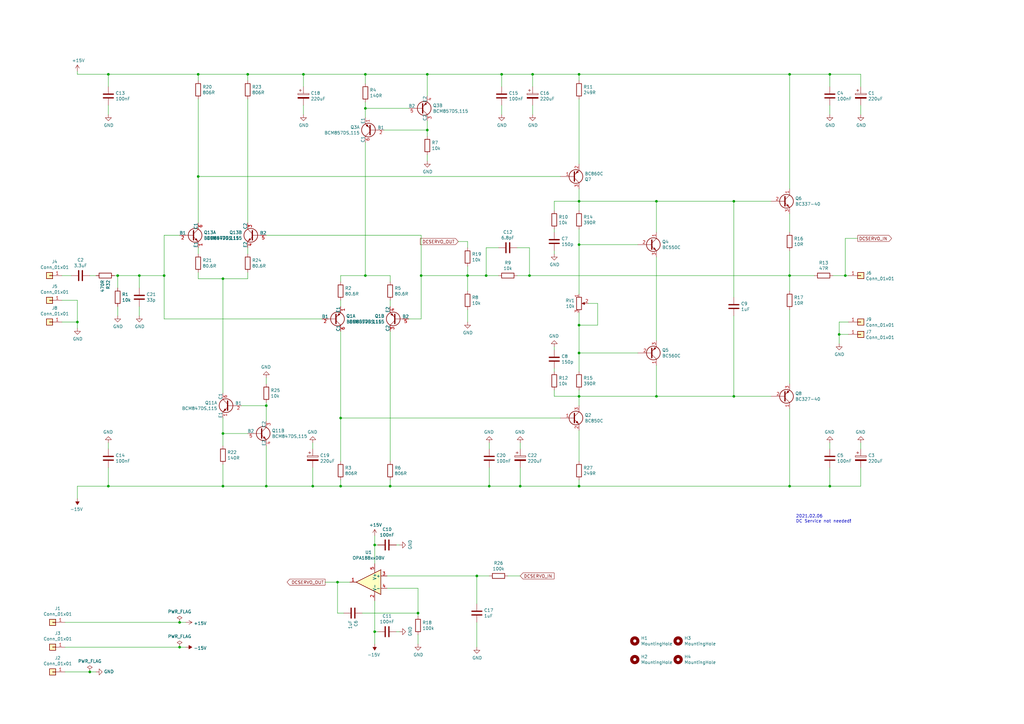
<source format=kicad_sch>
(kicad_sch (version 20211123) (generator eeschema)
  (paper "A3")
  (title_block (title "Discrete Pre-Amp Elektor") (date "2022-10-20") (rev "V2c THAT340 DC Servo"))
  (lib_symbols
    (symbol "Amplifier_Operational:OPA188xxDBV" (pin_names (offset 0.127))
      (property "Reference" "U" (at 0 5.08 0))
      (property "Value" "OPA188xxDBV" (at 0 -5.08 0))
      (symbol "OPA188xxDBV_0_1"
        (pin power_in line (at -2.54 -7.62 90) (length 3.81) (name "V-") (number "2"))
        (pin power_in line (at -2.54 7.62 270) (length 3.81) (name "V+") (number "5"))
      )
      (symbol "OPA188xxDBV_1_1"
        (pin output line (at 7.62 0 180) (length 2.54) (name "~") (number "1"))
        (pin input line (at -7.62 2.54 0) (length 2.54) (name "+") (number "3"))
        (pin input line (at -7.62 -2.54 0) (length 2.54) (name "-") (number "4"))
      )
    )
    (symbol "Connector_Generic:Conn_01x01" (pin_names (offset 1.016) hide)
      (property "Reference" "J" (at 0 2.54 0))
      (property "Value" "Conn_01x01" (at 0 -2.54 0))
      (symbol "Conn_01x01_1_1"
        (pin passive line (at -5.08 0 0) (length 3.81) (name "Pin_1") (number "1"))
      )
    )
    (symbol "Device:C" (pin_numbers hide) (pin_names (offset 0.254))
      (property "Reference" "C" (at 0.635 2.54 0))
      (property "Value" "C" (at 0.635 -2.54 0))
      (symbol "C_1_1"
        (pin passive line (at 0 3.81 270) (length 2.794) (name "~") (number "1"))
        (pin passive line (at 0 -3.81 90) (length 2.794) (name "~") (number "2"))
      )
    )
    (symbol "Device:C_Polarized" (pin_numbers hide) (pin_names (offset 0.254))
      (property "Reference" "C" (at 0.635 2.54 0))
      (property "Value" "C_Polarized" (at 0.635 -2.54 0))
      (symbol "C_Polarized_1_1"
        (pin passive line (at 0 3.81 270) (length 2.794) (name "~") (number "1"))
        (pin passive line (at 0 -3.81 90) (length 2.794) (name "~") (number "2"))
      )
    )
    (symbol "Device:R" (pin_numbers hide) (pin_names (offset 0))
      (property "Reference" "R" (at 2.032 0 90))
      (property "Value" "R" (at 0 0 90))
      (symbol "R_1_1"
        (pin passive line (at 0 3.81 270) (length 1.27) (name "~") (number "1"))
        (pin passive line (at 0 -3.81 90) (length 1.27) (name "~") (number "2"))
      )
    )
    (symbol "Mechanical:MountingHole" (pin_names (offset 1.016))
      (property "Reference" "H" (at 0 5.08 0))
      (property "Value" "MountingHole" (at 0 3.175 0))
    )
    (symbol "Transistor_BJT:BC327" (pin_names (offset 0) hide)
      (property "Reference" "Q" (at 5.08 1.905 0))
      (property "Value" "BC327" (at 5.08 0 0))
      (symbol "BC327_1_1"
        (pin passive line (at 2.54 5.08 270) (length 2.54) (name "C") (number "1"))
        (pin input line (at -5.08 0 0) (length 5.715) (name "B") (number "2"))
        (pin passive line (at 2.54 -5.08 90) (length 2.54) (name "E") (number "3"))
      )
    )
    (symbol "Transistor_BJT:BC337" (pin_names (offset 0) hide)
      (property "Reference" "Q" (at 5.08 1.905 0))
      (property "Value" "BC337" (at 5.08 0 0))
      (symbol "BC337_1_1"
        (pin passive line (at 2.54 5.08 270) (length 2.54) (name "C") (number "1"))
        (pin input line (at -5.08 0 0) (length 5.08) (name "B") (number "2"))
        (pin passive line (at 2.54 -5.08 90) (length 2.54) (name "E") (number "3"))
      )
    )
    (symbol "Transistor_BJT:BC550" (pin_names (offset 0) hide)
      (property "Reference" "Q" (at 5.08 1.905 0))
      (property "Value" "BC550" (at 5.08 0 0))
      (symbol "BC550_1_1"
        (pin passive line (at 2.54 5.08 270) (length 2.54) (name "C") (number "1"))
        (pin input line (at -5.08 0 0) (length 5.08) (name "B") (number "2"))
        (pin passive line (at 2.54 -5.08 90) (length 2.54) (name "E") (number "3"))
      )
    )
    (symbol "Transistor_BJT:BC560" (pin_names (offset 0) hide)
      (property "Reference" "Q" (at 5.08 1.905 0))
      (property "Value" "BC560" (at 5.08 0 0))
      (symbol "BC560_1_1"
        (pin passive line (at 2.54 5.08 270) (length 2.54) (name "C") (number "1"))
        (pin input line (at -5.08 0 0) (length 5.715) (name "B") (number "2"))
        (pin passive line (at 2.54 -5.08 90) (length 2.54) (name "E") (number "3"))
      )
    )
    (symbol "Transistor_BJT:BC850" (pin_names (offset 0) hide)
      (property "Reference" "Q" (at 5.08 1.905 0))
      (property "Value" "BC850" (at 5.08 0 0))
      (symbol "BC850_1_1"
        (pin input line (at -5.08 0 0) (length 5.715) (name "B") (number "1"))
        (pin passive line (at 2.54 -5.08 90) (length 2.54) (name "E") (number "2"))
        (pin passive line (at 2.54 5.08 270) (length 2.54) (name "C") (number "3"))
      )
    )
    (symbol "Transistor_BJT:BC860" (pin_names (offset 0) hide)
      (property "Reference" "Q" (at 5.08 1.905 0))
      (property "Value" "BC860" (at 5.08 0 0))
      (symbol "BC860_1_1"
        (pin input line (at -5.08 0 0) (length 5.715) (name "B") (number "1"))
        (pin passive line (at 2.54 -5.08 90) (length 2.54) (name "E") (number "2"))
        (pin passive line (at 2.54 5.08 270) (length 2.54) (name "C") (number "3"))
      )
    )
    (symbol "kicad-snk:BCM847DS,115" (pin_names (offset 0))
      (property "Reference" "Q" (at 5.08 1.27 0))
      (property "Value" "BCM847DS,115" (at 5.08 -1.27 0))
      (symbol "BCM847DS,115_1_1"
        (pin passive line (at 2.54 -5.08 90) (length 2.54) (name "E1") (number "1"))
        (pin input line (at -5.08 0 0) (length 2.54) (name "B1") (number "2"))
        (pin passive line (at 2.54 5.08 270) (length 2.54) (name "C1") (number "6"))
      )
      (symbol "BCM847DS,115_2_1"
        (pin passive line (at 2.54 5.08 270) (length 2.54) (name "C2") (number "3"))
        (pin passive line (at 2.54 -5.08 90) (length 2.54) (name "E2") (number "4"))
        (pin input line (at -5.08 0 0) (length 2.54) (name "B2") (number "5"))
      )
    )
    (symbol "kicad-snk:BCM857DS,115" (pin_names (offset 0))
      (property "Reference" "Q" (at 5.08 1.27 0))
      (property "Value" "BCM857DS,115" (at 5.08 -1.27 0))
      (symbol "BCM857DS,115_1_1"
        (pin passive line (at 2.54 -5.08 90) (length 2.54) (name "E1") (number "1"))
        (pin input line (at -5.08 0 0) (length 2.54) (name "B1") (number "2"))
        (pin passive line (at 2.54 5.08 270) (length 2.54) (name "C1") (number "6"))
      )
      (symbol "BCM857DS,115_2_1"
        (pin passive line (at 2.54 5.08 270) (length 2.54) (name "C2") (number "3"))
        (pin passive line (at 2.54 -5.08 90) (length 2.54) (name "E2") (number "4"))
        (pin input line (at -5.08 0 0) (length 2.54) (name "B2") (number "5"))
      )
    )
    (symbol "power:+15V" (power) (pin_names (offset 0))
      (property "Value" "+15V" (at 0 3.556 0))
      (symbol "+15V_1_1"
        (pin power_in line (at 0 0 90) (length 0) hide (name "+15V") (number "1"))
      )
    )
    (symbol "power:-15V" (power) (pin_names (offset 0))
      (property "Value" "-15V" (at 0 3.81 0))
      (symbol "-15V_0_0"
        (pin power_in line (at 0 0 90) (length 0) hide (name "-15V") (number "1"))
      )
    )
    (symbol "power:GND" (power) (pin_names (offset 0))
      (property "Value" "GND" (at 0 -3.81 0))
      (symbol "GND_1_1"
        (pin power_in line (at 0 0 270) (length 0) hide (name "GND") (number "1"))
      )
    )
    (symbol "power:PWR_FLAG" (power) (pin_numbers hide) (pin_names (offset 0) hide)
      (property "Value" "PWR_FLAG" (at 0 3.81 0))
      (symbol "PWR_FLAG_0_0"
        (pin power_out line (at 0 0 90) (length 0) (name "pwr") (number "1"))
      )
    )
    (symbol "pre-amp-discret-rescue:R_POT-Device" (pin_names (offset 1.016) hide)
      (property "Reference" "RV" (at -4.445 0 90))
      (property "Value" "R_POT-Device" (at -2.54 0 90))
      (symbol "R_POT-Device_1_1"
        (pin passive line (at 0 3.81 270) (length 1.27) (name "1") (number "1"))
        (pin passive line (at 3.81 0 180) (length 1.27) (name "2") (number "2"))
        (pin passive line (at 0 -3.81 90) (length 1.27) (name "3") (number "3"))
      )
    )
  )
  (junction (at 149.86 113.03))
  (junction (at 139.7 199.39))
  (junction (at 237.49 162.56))
  (junction (at 237.49 100.33))
  (junction (at 237.49 30.48))
  (junction (at 149.86 30.48))
  (junction (at 67.31 113.03))
  (junction (at 160.02 199.39))
  (junction (at 237.49 82.55))
  (junction (at 300.99 82.55))
  (junction (at 175.26 30.48))
  (junction (at 237.49 133.35))
  (junction (at 124.46 30.48))
  (junction (at 340.36 199.39))
  (junction (at 195.58 236.22))
  (junction (at 171.45 251.46))
  (junction (at 139.7 171.45))
  (junction (at 346.71 113.03))
  (junction (at 91.44 114.3))
  (junction (at 138.43 238.76))
  (junction (at 172.72 113.03))
  (junction (at 36.83 275.59))
  (junction (at 153.67 223.52))
  (junction (at 237.49 144.78))
  (junction (at 205.74 30.48))
  (junction (at 323.85 113.03))
  (junction (at 44.45 30.48))
  (junction (at 81.28 30.48))
  (junction (at 175.26 53.34))
  (junction (at 44.45 199.39))
  (junction (at 73.66 255.27))
  (junction (at 109.22 166.37))
  (junction (at 57.15 113.03))
  (junction (at 269.24 162.56))
  (junction (at 323.85 30.48))
  (junction (at 109.22 199.39))
  (junction (at 31.75 132.08))
  (junction (at 218.44 30.48))
  (junction (at 213.36 199.39))
  (junction (at 73.66 265.43))
  (junction (at 91.44 199.39))
  (junction (at 81.28 72.39))
  (junction (at 191.77 113.03))
  (junction (at 200.66 199.39))
  (junction (at 48.26 113.03))
  (junction (at 269.24 82.55))
  (junction (at 340.36 30.48))
  (junction (at 237.49 199.39))
  (junction (at 149.86 44.45))
  (junction (at 91.44 177.8))
  (junction (at 199.39 113.03))
  (junction (at 128.27 199.39))
  (junction (at 101.6 30.48))
  (junction (at 344.17 137.16))
  (junction (at 300.99 162.56))
  (junction (at 217.17 113.03))
  (junction (at 323.85 199.39))
  (junction (at 153.67 259.08))
  (wire (pts (xy 26.67 265.43) (xy 73.66 265.43)))
  (wire (pts (xy 73.66 255.27) (xy 76.2 255.27)))
  (wire (pts (xy 347.98 132.08) (xy 344.17 132.08)))
  (wire (pts (xy 91.44 114.3) (xy 81.28 114.3)))
  (wire (pts (xy 237.49 100.33) (xy 237.49 93.98)))
  (wire (pts (xy 200.66 184.15) (xy 200.66 181.61)))
  (wire (pts (xy 163.83 223.52) (xy 162.56 223.52)))
  (wire (pts (xy 227.33 95.25) (xy 227.33 93.98)))
  (wire (pts (xy 227.33 162.56) (xy 227.33 160.02)))
  (wire (pts (xy 158.75 236.22) (xy 195.58 236.22)))
  (wire (pts (xy 109.22 182.88) (xy 109.22 199.39)))
  (wire (pts (xy 323.85 119.38) (xy 323.85 113.03)))
  (wire (pts (xy 212.09 101.6) (xy 217.17 101.6)))
  (wire (pts (xy 353.06 43.18) (xy 353.06 46.99)))
  (wire (pts (xy 353.06 30.48) (xy 340.36 30.48)))
  (wire (pts (xy 237.49 199.39) (xy 237.49 196.85)))
  (wire (pts (xy 67.31 96.52) (xy 67.31 113.03)))
  (wire (pts (xy 227.33 143.51) (xy 227.33 142.24)))
  (wire (pts (xy 227.33 152.4) (xy 227.33 151.13)))
  (wire (pts (xy 205.74 30.48) (xy 218.44 30.48)))
  (wire (pts (xy 261.62 100.33) (xy 237.49 100.33)))
  (wire (pts (xy 237.49 176.53) (xy 237.49 189.23)))
  (wire (pts (xy 149.86 113.03) (xy 160.02 113.03)))
  (wire (pts (xy 205.74 30.48) (xy 205.74 35.56)))
  (wire (pts (xy 213.36 191.77) (xy 213.36 199.39)))
  (wire (pts (xy 172.72 96.52) (xy 172.72 113.03)))
  (wire (pts (xy 138.43 251.46) (xy 138.43 238.76)))
  (wire (pts (xy 153.67 219.71) (xy 153.67 223.52)))
  (wire (pts (xy 237.49 162.56) (xy 237.49 160.02)))
  (wire (pts (xy 153.67 246.38) (xy 153.67 259.08)))
  (wire (pts (xy 269.24 82.55) (xy 237.49 82.55)))
  (wire (pts (xy 344.17 132.08) (xy 344.17 137.16)))
  (wire (pts (xy 347.98 137.16) (xy 344.17 137.16)))
  (wire (pts (xy 31.75 199.39) (xy 44.45 199.39)))
  (wire (pts (xy 227.33 82.55) (xy 237.49 82.55)))
  (wire (pts (xy 340.36 35.56) (xy 340.36 30.48)))
  (wire (pts (xy 237.49 86.36) (xy 237.49 82.55)))
  (wire (pts (xy 237.49 33.02) (xy 237.49 30.48)))
  (wire (pts (xy 25.4 132.08) (xy 31.75 132.08)))
  (wire (pts (xy 160.02 125.73) (xy 160.02 123.19)))
  (wire (pts (xy 148.59 251.46) (xy 171.45 251.46)))
  (wire (pts (xy 26.67 255.27) (xy 73.66 255.27)))
  (wire (pts (xy 160.02 135.89) (xy 160.02 189.23)))
  (wire (pts (xy 109.22 96.52) (xy 172.72 96.52)))
  (wire (pts (xy 199.39 113.03) (xy 191.77 113.03)))
  (wire (pts (xy 175.26 66.04) (xy 175.26 63.5)))
  (wire (pts (xy 101.6 40.64) (xy 101.6 91.44)))
  (wire (pts (xy 44.45 35.56) (xy 44.45 30.48)))
  (wire (pts (xy 57.15 113.03) (xy 67.31 113.03)))
  (wire (pts (xy 149.86 34.29) (xy 149.86 30.48)))
  (wire (pts (xy 160.02 199.39) (xy 200.66 199.39)))
  (wire (pts (xy 205.74 46.99) (xy 205.74 43.18)))
  (wire (pts (xy 44.45 184.15) (xy 44.45 181.61)))
  (wire (pts (xy 175.26 30.48) (xy 205.74 30.48)))
  (wire (pts (xy 157.48 53.34) (xy 175.26 53.34)))
  (wire (pts (xy 109.22 165.1) (xy 109.22 166.37)))
  (wire (pts (xy 139.7 135.89) (xy 139.7 171.45)))
  (wire (pts (xy 128.27 184.15) (xy 128.27 181.61)))
  (wire (pts (xy 153.67 259.08) (xy 153.67 264.16)))
  (wire (pts (xy 57.15 129.54) (xy 57.15 125.73)))
  (wire (pts (xy 101.6 30.48) (xy 101.6 33.02)))
  (wire (pts (xy 48.26 118.11) (xy 48.26 113.03)))
  (wire (pts (xy 323.85 87.63) (xy 323.85 95.25)))
  (wire (pts (xy 109.22 166.37) (xy 109.22 172.72)))
  (wire (pts (xy 48.26 113.03) (xy 57.15 113.03)))
  (wire (pts (xy 31.75 30.48) (xy 31.75 29.21)))
  (wire (pts (xy 149.86 48.26) (xy 149.86 44.45)))
  (wire (pts (xy 26.67 275.59) (xy 36.83 275.59)))
  (wire (pts (xy 340.36 199.39) (xy 340.36 191.77)))
  (wire (pts (xy 200.66 191.77) (xy 200.66 199.39)))
  (wire (pts (xy 67.31 113.03) (xy 67.31 130.81)))
  (wire (pts (xy 323.85 167.64) (xy 323.85 199.39)))
  (wire (pts (xy 245.11 133.35) (xy 237.49 133.35)))
  (wire (pts (xy 213.36 199.39) (xy 237.49 199.39)))
  (wire (pts (xy 300.99 162.56) (xy 269.24 162.56)))
  (wire (pts (xy 109.22 157.48) (xy 109.22 154.94)))
  (wire (pts (xy 139.7 125.73) (xy 139.7 123.19)))
  (wire (pts (xy 73.66 265.43) (xy 76.2 265.43)))
  (wire (pts (xy 44.45 199.39) (xy 44.45 191.77)))
  (wire (pts (xy 346.71 113.03) (xy 347.98 113.03)))
  (wire (pts (xy 139.7 113.03) (xy 149.86 113.03)))
  (wire (pts (xy 237.49 199.39) (xy 323.85 199.39)))
  (wire (pts (xy 323.85 199.39) (xy 340.36 199.39)))
  (wire (pts (xy 300.99 129.54) (xy 300.99 162.56)))
  (wire (pts (xy 31.75 132.08) (xy 31.75 134.62)))
  (wire (pts (xy 172.72 113.03) (xy 191.77 113.03)))
  (wire (pts (xy 340.36 184.15) (xy 340.36 181.61)))
  (wire (pts (xy 44.45 46.99) (xy 44.45 43.18)))
  (wire (pts (xy 213.36 184.15) (xy 213.36 181.61)))
  (wire (pts (xy 323.85 157.48) (xy 323.85 127)))
  (wire (pts (xy 153.67 223.52) (xy 153.67 231.14)))
  (wire (pts (xy 175.26 53.34) (xy 175.26 49.53)))
  (wire (pts (xy 323.85 30.48) (xy 340.36 30.48)))
  (wire (pts (xy 237.49 133.35) (xy 237.49 144.78)))
  (wire (pts (xy 175.26 39.37) (xy 175.26 30.48)))
  (wire (pts (xy 237.49 30.48) (xy 323.85 30.48)))
  (wire (pts (xy 128.27 199.39) (xy 128.27 191.77)))
  (wire (pts (xy 101.6 114.3) (xy 91.44 114.3)))
  (wire (pts (xy 217.17 113.03) (xy 323.85 113.03)))
  (wire (pts (xy 167.64 130.81) (xy 172.72 130.81)))
  (wire (pts (xy 237.49 162.56) (xy 227.33 162.56)))
  (wire (pts (xy 31.75 204.47) (xy 31.75 199.39)))
  (wire (pts (xy 139.7 171.45) (xy 139.7 189.23)))
  (wire (pts (xy 81.28 114.3) (xy 81.28 111.76)))
  (wire (pts (xy 101.6 177.8) (xy 91.44 177.8)))
  (wire (pts (xy 36.83 113.03) (xy 39.37 113.03)))
  (wire (pts (xy 154.94 259.08) (xy 153.67 259.08)))
  (wire (pts (xy 81.28 104.14) (xy 81.28 101.6)))
  (wire (pts (xy 31.75 30.48) (xy 44.45 30.48)))
  (wire (pts (xy 31.75 123.19) (xy 31.75 132.08)))
  (wire (pts (xy 160.02 115.57) (xy 160.02 113.03)))
  (wire (pts (xy 101.6 104.14) (xy 101.6 101.6)))
  (wire (pts (xy 172.72 113.03) (xy 172.72 130.81)))
  (wire (pts (xy 140.97 251.46) (xy 138.43 251.46)))
  (wire (pts (xy 191.77 101.6) (xy 191.77 99.06)))
  (wire (pts (xy 81.28 40.64) (xy 81.28 72.39)))
  (wire (pts (xy 212.09 113.03) (xy 217.17 113.03)))
  (wire (pts (xy 99.06 166.37) (xy 109.22 166.37)))
  (wire (pts (xy 300.99 121.92) (xy 300.99 82.55)))
  (wire (pts (xy 229.87 171.45) (xy 139.7 171.45)))
  (wire (pts (xy 91.44 177.8) (xy 91.44 171.45)))
  (wire (pts (xy 323.85 113.03) (xy 334.01 113.03)))
  (wire (pts (xy 269.24 149.86) (xy 269.24 162.56)))
  (wire (pts (xy 44.45 199.39) (xy 91.44 199.39)))
  (wire (pts (xy 353.06 184.15) (xy 353.06 181.61)))
  (wire (pts (xy 323.85 30.48) (xy 323.85 77.47)))
  (wire (pts (xy 346.71 97.79) (xy 346.71 113.03)))
  (wire (pts (xy 109.22 199.39) (xy 128.27 199.39)))
  (wire (pts (xy 139.7 115.57) (xy 139.7 113.03)))
  (wire (pts (xy 245.11 124.46) (xy 245.11 133.35)))
  (wire (pts (xy 199.39 101.6) (xy 199.39 113.03)))
  (wire (pts (xy 36.83 275.59) (xy 39.37 275.59)))
  (wire (pts (xy 128.27 199.39) (xy 139.7 199.39)))
  (wire (pts (xy 353.06 199.39) (xy 353.06 191.77)))
  (wire (pts (xy 25.4 113.03) (xy 29.21 113.03)))
  (wire (pts (xy 149.86 30.48) (xy 175.26 30.48)))
  (wire (pts (xy 171.45 260.35) (xy 171.45 264.16)))
  (wire (pts (xy 149.86 58.42) (xy 149.86 113.03)))
  (wire (pts (xy 241.3 124.46) (xy 245.11 124.46)))
  (wire (pts (xy 124.46 35.56) (xy 124.46 30.48)))
  (wire (pts (xy 195.58 236.22) (xy 200.66 236.22)))
  (wire (pts (xy 139.7 199.39) (xy 160.02 199.39)))
  (wire (pts (xy 171.45 241.3) (xy 158.75 241.3)))
  (wire (pts (xy 353.06 199.39) (xy 340.36 199.39)))
  (wire (pts (xy 57.15 118.11) (xy 57.15 113.03)))
  (wire (pts (xy 25.4 123.19) (xy 31.75 123.19)))
  (wire (pts (xy 208.28 236.22) (xy 213.36 236.22)))
  (wire (pts (xy 217.17 101.6) (xy 217.17 113.03)))
  (wire (pts (xy 48.26 129.54) (xy 48.26 125.73)))
  (wire (pts (xy 133.35 238.76) (xy 138.43 238.76)))
  (wire (pts (xy 139.7 199.39) (xy 139.7 196.85)))
  (wire (pts (xy 81.28 30.48) (xy 101.6 30.48)))
  (wire (pts (xy 167.64 44.45) (xy 149.86 44.45)))
  (wire (pts (xy 149.86 44.45) (xy 149.86 41.91)))
  (wire (pts (xy 218.44 30.48) (xy 237.49 30.48)))
  (wire (pts (xy 191.77 127) (xy 191.77 132.08)))
  (wire (pts (xy 81.28 30.48) (xy 81.28 33.02)))
  (wire (pts (xy 227.33 86.36) (xy 227.33 82.55)))
  (wire (pts (xy 175.26 55.88) (xy 175.26 53.34)))
  (wire (pts (xy 191.77 113.03) (xy 191.77 119.38)))
  (wire (pts (xy 124.46 43.18) (xy 124.46 46.99)))
  (wire (pts (xy 67.31 96.52) (xy 73.66 96.52)))
  (wire (pts (xy 46.99 113.03) (xy 48.26 113.03)))
  (wire (pts (xy 163.83 259.08) (xy 162.56 259.08)))
  (wire (pts (xy 218.44 43.18) (xy 218.44 46.99)))
  (wire (pts (xy 204.47 101.6) (xy 199.39 101.6)))
  (wire (pts (xy 171.45 252.73) (xy 171.45 251.46)))
  (wire (pts (xy 269.24 162.56) (xy 237.49 162.56)))
  (wire (pts (xy 237.49 144.78) (xy 237.49 152.4)))
  (wire (pts (xy 195.58 247.65) (xy 195.58 236.22)))
  (wire (pts (xy 344.17 140.97) (xy 344.17 137.16)))
  (wire (pts (xy 199.39 113.03) (xy 204.47 113.03)))
  (wire (pts (xy 237.49 120.65) (xy 237.49 100.33)))
  (wire (pts (xy 353.06 35.56) (xy 353.06 30.48)))
  (wire (pts (xy 269.24 105.41) (xy 269.24 139.7)))
  (wire (pts (xy 341.63 113.03) (xy 346.71 113.03)))
  (wire (pts (xy 237.49 82.55) (xy 237.49 77.47)))
  (wire (pts (xy 200.66 199.39) (xy 213.36 199.39)))
  (wire (pts (xy 171.45 251.46) (xy 171.45 241.3)))
  (wire (pts (xy 138.43 238.76) (xy 143.51 238.76)))
  (wire (pts (xy 124.46 30.48) (xy 101.6 30.48)))
  (wire (pts (xy 191.77 99.06) (xy 187.96 99.06)))
  (wire (pts (xy 195.58 265.43) (xy 195.58 255.27)))
  (wire (pts (xy 323.85 113.03) (xy 323.85 102.87)))
  (wire (pts (xy 160.02 199.39) (xy 160.02 196.85)))
  (wire (pts (xy 81.28 72.39) (xy 81.28 91.44)))
  (wire (pts (xy 101.6 114.3) (xy 101.6 111.76)))
  (wire (pts (xy 227.33 104.14) (xy 227.33 102.87)))
  (wire (pts (xy 351.79 97.79) (xy 346.71 97.79)))
  (wire (pts (xy 67.31 130.81) (xy 132.08 130.81)))
  (wire (pts (xy 269.24 95.25) (xy 269.24 82.55)))
  (wire (pts (xy 91.44 199.39) (xy 109.22 199.39)))
  (wire (pts (xy 300.99 82.55) (xy 269.24 82.55)))
  (wire (pts (xy 154.94 223.52) (xy 153.67 223.52)))
  (wire (pts (xy 237.49 40.64) (xy 237.49 67.31)))
  (wire (pts (xy 44.45 30.48) (xy 81.28 30.48)))
  (wire (pts (xy 91.44 161.29) (xy 91.44 114.3)))
  (wire (pts (xy 237.49 166.37) (xy 237.49 162.56)))
  (wire (pts (xy 316.23 162.56) (xy 300.99 162.56)))
  (wire (pts (xy 229.87 72.39) (xy 81.28 72.39)))
  (wire (pts (xy 91.44 190.5) (xy 91.44 199.39)))
  (wire (pts (xy 191.77 109.22) (xy 191.77 113.03)))
  (wire (pts (xy 237.49 128.27) (xy 237.49 133.35)))
  (wire (pts (xy 261.62 144.78) (xy 237.49 144.78)))
  (wire (pts (xy 340.36 46.99) (xy 340.36 43.18)))
  (wire (pts (xy 91.44 182.88) (xy 91.44 177.8)))
  (wire (pts (xy 124.46 30.48) (xy 149.86 30.48)))
  (wire (pts (xy 218.44 30.48) (xy 218.44 35.56)))
  (wire (pts (xy 316.23 82.55) (xy 300.99 82.55)))
  (text "2021.02.06\nDC Service not needed!" (at 326.39 214.63 0) (effects (font (size 1.27 1.27)) (justify left bottom)))
  (global_label "DCSERVO_OUT" (shape output) (at 133.35 238.76 180) (property "Intersheet References" "${INTERSHEET_REFS}" (effects hide)))
  (global_label "DCSERVO_OUT" (shape input) (at 187.96 99.06 180) (property "Intersheet References" "${INTERSHEET_REFS}" (effects hide)))
  (global_label "DCSERVO_IN" (shape output) (at 351.79 97.79 0) (property "Intersheet References" "${INTERSHEET_REFS}" (effects hide)))
  (global_label "DCSERVO_IN" (shape input) (at 213.36 236.22 0) (property "Intersheet References" "${INTERSHEET_REFS}" (effects hide)))
  (symbol (lib_id "Device:R") (at 160.02 193.04 0) (unit 1)
    (property "Reference" "R6" (at 161.798 191.8716 0) (effects (justify left)))
    (property "Value" "806R" (at 161.798 194.183 0) (effects (justify left)))
    (property "Footprint" "Resistor_SMD:R_0805_2012Metric_Pad1.20x1.40mm_HandSolder" (effects hide))
  )
  (symbol (lib_id "Device:C") (at 33.02 113.03 270) (unit 1)
    (property "Reference" "C2" (at 33.02 106.6292 90))
    (property "Value" "3.3uF" (at 33.02 108.9406 90))
    (property "Footprint" "Capacitor_THT:C_Rect_L7.2mm_W7.2mm_P5.00mm_FKS2_FKP2_MKS2_MKP2" (effects hide))
  )
  (symbol (lib_id "power:GND") (at 48.26 129.54 0) (unit 1)
    (property "Reference" "#PWR09" (effects hide))
    (property "Value" "GND" (at 48.387 133.9342 0))
  )
  (symbol (lib_id "Device:R") (at 139.7 193.04 0) (unit 1)
    (property "Reference" "R3" (at 141.478 191.8716 0) (effects (justify left)))
    (property "Value" "806R" (at 141.478 194.183 0) (effects (justify left)))
    (property "Footprint" "Resistor_SMD:R_0805_2012Metric_Pad1.20x1.40mm_HandSolder" (effects hide))
  )
  (symbol (lib_id "Device:R") (at 48.26 121.92 0) (unit 1)
    (property "Reference" "R1" (at 50.038 120.7516 0) (effects (justify left)))
    (property "Value" "10k" (at 50.038 123.063 0) (effects (justify left)))
    (property "Footprint" "Resistor_SMD:R_0805_2012Metric_Pad1.20x1.40mm_HandSolder" (effects hide))
  )
  (symbol (lib_id "Device:R") (at 191.77 123.19 0) (unit 1)
    (property "Reference" "R8" (at 193.548 122.0216 0) (effects (justify left)))
    (property "Value" "10k" (at 193.548 124.333 0) (effects (justify left)))
    (property "Footprint" "Resistor_SMD:R_0805_2012Metric_Pad1.20x1.40mm_HandSolder" (effects hide))
  )
  (symbol (lib_id "Device:R") (at 208.28 113.03 270) (unit 1)
    (property "Reference" "R9" (at 208.28 107.7722 90))
    (property "Value" "10k" (at 208.28 110.0836 90))
    (property "Footprint" "Resistor_SMD:R_0805_2012Metric_Pad1.20x1.40mm_HandSolder" (effects hide))
  )
  (symbol (lib_id "Device:R") (at 139.7 119.38 0) (unit 1)
    (property "Reference" "R2" (at 141.478 118.2116 0) (effects (justify left)))
    (property "Value" "80.6R" (at 141.478 120.523 0) (effects (justify left)))
    (property "Footprint" "Resistor_SMD:R_0805_2012Metric_Pad1.20x1.40mm_HandSolder" (effects hide))
  )
  (symbol (lib_id "Device:R") (at 160.02 119.38 0) (unit 1)
    (property "Reference" "R5" (at 161.798 118.2116 0) (effects (justify left)))
    (property "Value" "80.6R" (at 161.798 120.523 0) (effects (justify left)))
    (property "Footprint" "Resistor_SMD:R_0805_2012Metric_Pad1.20x1.40mm_HandSolder" (effects hide))
  )
  (symbol (lib_id "Device:R") (at 149.86 38.1 0) (unit 1)
    (property "Reference" "R4" (at 151.638 36.9316 0) (effects (justify left)))
    (property "Value" "140R" (at 151.638 39.243 0) (effects (justify left)))
    (property "Footprint" "Resistor_SMD:R_0805_2012Metric_Pad1.20x1.40mm_HandSolder" (effects hide))
  )
  (symbol (lib_id "Device:R") (at 175.26 59.69 0) (unit 1)
    (property "Reference" "R7" (at 177.038 58.5216 0) (effects (justify left)))
    (property "Value" "10k" (at 177.038 60.833 0) (effects (justify left)))
    (property "Footprint" "Resistor_SMD:R_0805_2012Metric_Pad1.20x1.40mm_HandSolder" (effects hide))
  )
  (symbol (lib_id "Transistor_BJT:BC860") (at 234.95 72.39 0) (mirror x) (unit 1)
    (property "Reference" "Q7" (at 239.8014 73.5584 0) (effects (justify left)))
    (property "Value" "BC860C" (at 239.8014 71.247 0) (effects (justify left)))
    (property "Footprint" "Package_TO_SOT_SMD:SOT-23" (effects hide))
    (property "Datasheet" "http://www.infineon.com/dgdl/Infineon-BC857SERIES_BC858SERIES_BC859SERIES_BC860SERIES-DS-v01_01-en.pdf?fileId=db3a304314dca389011541da0e3a1661" (effects hide))
  )
  (symbol (lib_id "Device:R") (at 237.49 36.83 0) (unit 1)
    (property "Reference" "R11" (at 239.268 35.6616 0) (effects (justify left)))
    (property "Value" "249R" (at 239.268 37.973 0) (effects (justify left)))
    (property "Footprint" "Resistor_SMD:R_0805_2012Metric_Pad1.20x1.40mm_HandSolder" (effects hide))
  )
  (symbol (lib_id "power:GND") (at 191.77 132.08 0) (unit 1)
    (property "Reference" "#PWR013" (effects hide))
    (property "Value" "GND" (at 191.897 136.4742 0))
  )
  (symbol (lib_id "power:GND") (at 31.75 134.62 0) (unit 1)
    (property "Reference" "#PWR04" (effects hide))
    (property "Value" "GND" (at 31.877 139.0142 0))
  )
  (symbol (lib_id "Mechanical:MountingHole") (at 260.35 262.89 0) (unit 1)
    (property "Reference" "H1" (at 262.89 261.7216 0) (effects (justify left)))
    (property "Value" "MountingHole" (at 262.89 264.033 0) (effects (justify left)))
    (property "Footprint" "MountingHole:MountingHole_3.2mm_M3" (effects hide))
  )
  (symbol (lib_id "Mechanical:MountingHole") (at 278.13 262.89 0) (unit 1)
    (property "Reference" "H3" (at 280.67 261.7216 0) (effects (justify left)))
    (property "Value" "MountingHole" (at 280.67 264.033 0) (effects (justify left)))
    (property "Footprint" "MountingHole:MountingHole_3.2mm_M3" (effects hide))
  )
  (symbol (lib_id "Mechanical:MountingHole") (at 260.35 270.51 0) (unit 1)
    (property "Reference" "H2" (at 262.89 269.3416 0) (effects (justify left)))
    (property "Value" "MountingHole" (at 262.89 271.653 0) (effects (justify left)))
    (property "Footprint" "MountingHole:MountingHole_3.2mm_M3" (effects hide))
  )
  (symbol (lib_id "Mechanical:MountingHole") (at 278.13 270.51 0) (unit 1)
    (property "Reference" "H4" (at 280.67 269.3416 0) (effects (justify left)))
    (property "Value" "MountingHole" (at 280.67 271.653 0) (effects (justify left)))
    (property "Footprint" "MountingHole:MountingHole_3.2mm_M3" (effects hide))
  )
  (symbol (lib_id "Connector_Generic:Conn_01x01") (at 20.32 113.03 180) (unit 1)
    (property "Reference" "J4" (at 22.4028 107.315 0))
    (property "Value" "Conn_01x01" (at 22.4028 109.6264 0))
    (property "Footprint" "Connector_Pin:Pin_D1.0mm_L10.0mm" (effects hide))
  )
  (symbol (lib_id "Connector_Generic:Conn_01x01") (at 20.32 123.19 180) (unit 1)
    (property "Reference" "J5" (at 22.4028 117.475 0))
    (property "Value" "Conn_01x01" (at 22.4028 119.7864 0))
    (property "Footprint" "Connector_Pin:Pin_D1.0mm_L10.0mm" (effects hide))
  )
  (symbol (lib_id "power:GND") (at 175.26 66.04 0) (unit 1)
    (property "Reference" "#PWR012" (effects hide))
    (property "Value" "GND" (at 175.387 70.4342 0))
  )
  (symbol (lib_id "power:+15V") (at 31.75 29.21 0) (unit 1)
    (property "Reference" "#PWR05" (effects hide))
    (property "Value" "+15V" (at 32.131 24.8158 0))
  )
  (symbol (lib_id "power:-15V") (at 31.75 204.47 180) (unit 1)
    (property "Reference" "#PWR08" (effects hide))
    (property "Value" "-15V" (at 31.369 208.8642 0))
  )
  (symbol (lib_id "Connector_Generic:Conn_01x01") (at 353.06 113.03 0) (unit 1)
    (property "Reference" "J6" (at 355.092 111.9632 0) (effects (justify left)))
    (property "Value" "Conn_01x01" (at 355.092 114.2746 0) (effects (justify left)))
    (property "Footprint" "Connector_Pin:Pin_D1.0mm_L10.0mm" (effects hide))
  )
  (symbol (lib_id "Connector_Generic:Conn_01x01") (at 353.06 137.16 0) (unit 1)
    (property "Reference" "J7" (at 355.092 136.0932 0) (effects (justify left)))
    (property "Value" "Conn_01x01" (at 355.092 138.4046 0) (effects (justify left)))
    (property "Footprint" "Connector_Pin:Pin_D1.0mm_L10.0mm" (effects hide))
  )
  (symbol (lib_id "Connector_Generic:Conn_01x01") (at 21.59 255.27 180) (unit 1)
    (property "Reference" "J1" (at 23.6728 249.555 0))
    (property "Value" "Conn_01x01" (at 23.6728 251.8664 0))
    (property "Footprint" "Connector_Pin:Pin_D1.0mm_L10.0mm" (effects hide))
  )
  (symbol (lib_id "Connector_Generic:Conn_01x01") (at 21.59 275.59 180) (unit 1)
    (property "Reference" "J2" (at 23.6728 269.875 0))
    (property "Value" "Conn_01x01" (at 23.6728 272.1864 0))
    (property "Footprint" "Connector_Pin:Pin_D1.0mm_L10.0mm" (effects hide))
  )
  (symbol (lib_id "Connector_Generic:Conn_01x01") (at 21.59 265.43 180) (unit 1)
    (property "Reference" "J3" (at 23.6728 259.715 0))
    (property "Value" "Conn_01x01" (at 23.6728 262.0264 0))
    (property "Footprint" "Connector_Pin:Pin_D1.0mm_L10.0mm" (effects hide))
  )
  (symbol (lib_id "power:GND") (at 39.37 275.59 90) (unit 1)
    (property "Reference" "#PWR02" (effects hide))
    (property "Value" "GND" (at 42.6212 275.463 90) (effects (justify right)))
  )
  (symbol (lib_id "power:+15V") (at 76.2 255.27 270) (unit 1)
    (property "Reference" "#PWR01" (effects hide))
    (property "Value" "+15V" (at 79.4512 255.651 90) (effects (justify left)))
  )
  (symbol (lib_id "Device:C_Polarized") (at 353.06 187.96 0) (unit 1)
    (property "Reference" "C3" (at 356.0572 186.7916 0) (effects (justify left)))
    (property "Value" "220uF" (at 356.0572 189.103 0) (effects (justify left)))
    (property "Footprint" "Capacitor_THT:CP_Radial_D8.0mm_P3.50mm" (effects hide))
  )
  (symbol (lib_id "Device:C") (at 340.36 187.96 180) (unit 1)
    (property "Reference" "C5" (at 343.281 186.7916 0) (effects (justify right)))
    (property "Value" "100nF" (at 343.281 189.103 0) (effects (justify right)))
    (property "Footprint" "Capacitor_SMD:C_1210_3225Metric_Pad1.33x2.70mm_HandSolder" (effects hide))
  )
  (symbol (lib_id "power:GND") (at 44.45 181.61 180) (unit 1)
    (property "Reference" "#PWR011" (effects hide))
    (property "Value" "GND" (at 44.323 177.2158 0))
  )
  (symbol (lib_id "Device:R") (at 337.82 113.03 270) (unit 1)
    (property "Reference" "R13" (at 337.82 107.7722 90))
    (property "Value" "47R" (at 337.82 110.0836 90))
    (property "Footprint" "Resistor_SMD:R_0805_2012Metric_Pad1.20x1.40mm_HandSolder" (effects hide))
  )
  (symbol (lib_id "Device:C_Polarized") (at 353.06 39.37 0) (unit 1)
    (property "Reference" "C1" (at 356.0572 38.2016 0) (effects (justify left)))
    (property "Value" "220uF" (at 356.0572 40.513 0) (effects (justify left)))
    (property "Footprint" "Capacitor_THT:CP_Radial_D8.0mm_P3.50mm" (effects hide))
  )
  (symbol (lib_id "Device:C") (at 340.36 39.37 180) (unit 1)
    (property "Reference" "C4" (at 343.281 38.2016 0) (effects (justify right)))
    (property "Value" "100nF" (at 343.281 40.513 0) (effects (justify right)))
    (property "Footprint" "Capacitor_SMD:C_1210_3225Metric_Pad1.33x2.70mm_HandSolder" (effects hide))
  )
  (symbol (lib_id "power:GND") (at 44.45 46.99 0) (unit 1)
    (property "Reference" "#PWR010" (effects hide))
    (property "Value" "GND" (at 44.577 51.3842 0))
  )
  (symbol (lib_id "power:GND") (at 344.17 140.97 0) (unit 1)
    (property "Reference" "#PWR015" (effects hide))
    (property "Value" "GND" (at 344.297 145.3642 0))
  )
  (symbol (lib_id "power:-15V") (at 76.2 265.43 270) (unit 1)
    (property "Reference" "#PWR0101" (effects hide))
    (property "Value" "-15V" (at 79.4512 265.811 90) (effects (justify left)))
  )
  (symbol (lib_id "power:PWR_FLAG") (at 36.83 275.59 0) (unit 1)
    (property "Reference" "#FLG0101" (effects hide))
    (property "Value" "PWR_FLAG" (at 36.83 271.1958 0))
  )
  (symbol (lib_id "power:PWR_FLAG") (at 73.66 265.43 0) (unit 1)
    (property "Reference" "#FLG0103" (effects hide))
    (property "Value" "PWR_FLAG" (at 73.66 261.0358 0))
  )
  (symbol (lib_id "Device:C") (at 208.28 101.6 270) (unit 1)
    (property "Reference" "C12" (at 208.28 95.1992 90))
    (property "Value" "6.8pF" (at 208.28 97.5106 90))
    (property "Footprint" "Capacitor_SMD:C_0805_2012Metric_Pad1.18x1.45mm_HandSolder" (effects hide))
  )
  (symbol (lib_id "Device:C") (at 44.45 39.37 180) (unit 1)
    (property "Reference" "C13" (at 47.371 38.2016 0) (effects (justify right)))
    (property "Value" "100nF" (at 47.371 40.513 0) (effects (justify right)))
    (property "Footprint" "Capacitor_SMD:C_1210_3225Metric_Pad1.33x2.70mm_HandSolder" (effects hide))
  )
  (symbol (lib_id "Device:C") (at 44.45 187.96 180) (unit 1)
    (property "Reference" "C14" (at 47.371 186.7916 0) (effects (justify right)))
    (property "Value" "100nF" (at 47.371 189.103 0) (effects (justify right)))
    (property "Footprint" "Capacitor_SMD:C_1210_3225Metric_Pad1.33x2.70mm_HandSolder" (effects hide))
  )
  (symbol (lib_id "power:GND") (at 340.36 181.61 180) (unit 1)
    (property "Reference" "#PWR018" (effects hide))
    (property "Value" "GND" (at 340.233 177.2158 0))
  )
  (symbol (lib_id "power:GND") (at 340.36 46.99 0) (unit 1)
    (property "Reference" "#PWR017" (effects hide))
    (property "Value" "GND" (at 340.487 51.3842 0))
  )
  (symbol (lib_id "power:GND") (at 353.06 46.99 0) (unit 1)
    (property "Reference" "#PWR019" (effects hide))
    (property "Value" "GND" (at 353.187 51.3842 0))
  )
  (symbol (lib_id "power:GND") (at 353.06 181.61 180) (unit 1)
    (property "Reference" "#PWR020" (effects hide))
    (property "Value" "GND" (at 352.933 177.2158 0))
  )
  (symbol (lib_id "kicad-snk:BCM847DS,115") (at 78.74 96.52 0) (unit 1)
    (property "Reference" "Q13" (at 83.566 95.3516 0) (effects (justify left)))
    (property "Value" "BCM847DS,115" (at 83.566 97.663 0) (effects (justify left)))
    (property "Footprint" "Package_SO:SC-74-6_1.5x2.9mm_P0.95mm" (effects hide))
    (property "Datasheet" "https://www.analog.com/media/en/technical-documentation/obsolete-data-sheets/SSM2210.pdf" (effects hide))
  )
  (symbol (lib_id "kicad-snk:BCM847DS,115") (at 104.14 96.52 0) (mirror y) (unit 2)
    (property "Reference" "Q13" (at 99.2886 95.3516 0) (effects (justify left)))
    (property "Value" "BCM847DS,115" (at 99.2886 97.663 0) (effects (justify left)))
    (property "Footprint" "Package_SO:SC-74-6_1.5x2.9mm_P0.95mm" (effects hide))
    (property "Datasheet" "https://www.analog.com/media/en/technical-documentation/obsolete-data-sheets/SSM2210.pdf" (effects hide))
  )
  (symbol (lib_id "kicad-snk:BCM847DS,115") (at 93.98 166.37 0) (mirror y) (unit 1)
    (property "Reference" "Q11" (at 89.1286 165.2016 0) (effects (justify left)))
    (property "Value" "BCM847DS,115" (at 89.1286 167.513 0) (effects (justify left)))
    (property "Footprint" "Package_SO:SC-74-6_1.5x2.9mm_P0.95mm" (effects hide))
    (property "Datasheet" "https://www.analog.com/media/en/technical-documentation/obsolete-data-sheets/SSM2210.pdf" (effects hide))
  )
  (symbol (lib_id "kicad-snk:BCM847DS,115") (at 106.68 177.8 0) (unit 2)
    (property "Reference" "Q11" (at 111.506 176.6316 0) (effects (justify left)))
    (property "Value" "BCM847DS,115" (at 111.506 178.943 0) (effects (justify left)))
    (property "Footprint" "Package_SO:SC-74-6_1.5x2.9mm_P0.95mm" (effects hide))
    (property "Datasheet" "https://www.analog.com/media/en/technical-documentation/obsolete-data-sheets/SSM2210.pdf" (effects hide))
  )
  (symbol (lib_id "power:PWR_FLAG") (at 73.66 255.27 0) (unit 1)
    (property "Reference" "#FLG01" (effects hide))
    (property "Value" "PWR_FLAG" (at 73.66 250.8758 0))
  )
  (symbol (lib_id "kicad-snk:BCM857DS,115") (at 172.72 44.45 0) (mirror x) (unit 2)
    (property "Reference" "Q3" (at 177.546 43.2816 0) (effects (justify left)))
    (property "Value" "BCM857DS,115" (at 177.546 45.593 0) (effects (justify left)))
    (property "Footprint" "Package_SO:SC-74-6_1.5x2.9mm_P0.95mm" (effects hide))
    (property "Datasheet" "https://www.analog.com/media/en/technical-documentation/data-sheets/SSM2220.pdf" (effects hide))
  )
  (symbol (lib_id "kicad-snk:BCM857DS,115") (at 152.4 53.34 180) (unit 1)
    (property "Reference" "Q3" (at 147.5486 52.1716 0) (effects (justify left)))
    (property "Value" "BCM857DS,115" (at 147.5486 54.483 0) (effects (justify left)))
    (property "Footprint" "Package_SO:SC-74-6_1.5x2.9mm_P0.95mm" (effects hide))
    (property "Datasheet" "https://www.analog.com/media/en/technical-documentation/data-sheets/SSM2220.pdf" (effects hide))
  )
  (symbol (lib_id "kicad-snk:BCM857DS,115") (at 137.16 130.81 0) (mirror x) (unit 1)
    (property "Reference" "Q1" (at 141.986 129.6416 0) (effects (justify left)))
    (property "Value" "BCM857DS,115" (at 141.986 131.953 0) (effects (justify left)))
    (property "Footprint" "Package_SO:SC-74-6_1.5x2.9mm_P0.95mm" (effects hide))
    (property "Datasheet" "https://www.analog.com/media/en/technical-documentation/data-sheets/SSM2220.pdf" (effects hide))
  )
  (symbol (lib_id "kicad-snk:BCM857DS,115") (at 162.56 130.81 180) (unit 2)
    (property "Reference" "Q1" (at 157.7086 129.6416 0) (effects (justify left)))
    (property "Value" "BCM857DS,115" (at 157.7086 131.953 0) (effects (justify left)))
    (property "Footprint" "Package_SO:SC-74-6_1.5x2.9mm_P0.95mm" (effects hide))
    (property "Datasheet" "https://www.analog.com/media/en/technical-documentation/data-sheets/SSM2220.pdf" (effects hide))
  )
  (symbol (lib_id "Device:R") (at 237.49 193.04 0) (unit 1)
    (property "Reference" "R27" (at 239.268 191.8716 0) (effects (justify left)))
    (property "Value" "249R" (at 239.268 194.183 0) (effects (justify left)))
    (property "Footprint" "Resistor_SMD:R_0805_2012Metric_Pad1.20x1.40mm_HandSolder" (effects hide))
  )
  (symbol (lib_id "Device:C_Polarized") (at 124.46 39.37 0) (unit 1)
    (property "Reference" "C18" (at 127.4572 38.2016 0) (effects (justify left)))
    (property "Value" "220uF" (at 127.4572 40.513 0) (effects (justify left)))
    (property "Footprint" "Capacitor_THT:CP_Radial_D8.0mm_P3.50mm" (effects hide))
  )
  (symbol (lib_id "power:GND") (at 124.46 46.99 0) (unit 1)
    (property "Reference" "#PWR023" (effects hide))
    (property "Value" "GND" (at 124.587 51.3842 0))
  )
  (symbol (lib_id "Device:C_Polarized") (at 128.27 187.96 0) (unit 1)
    (property "Reference" "C19" (at 131.2672 186.7916 0) (effects (justify left)))
    (property "Value" "220uF" (at 131.2672 189.103 0) (effects (justify left)))
    (property "Footprint" "Capacitor_THT:CP_Radial_D8.0mm_P3.50mm" (effects hide))
  )
  (symbol (lib_id "power:GND") (at 128.27 181.61 180) (unit 1)
    (property "Reference" "#PWR024" (effects hide))
    (property "Value" "GND" (at 128.143 177.2158 0))
  )
  (symbol (lib_id "Device:R") (at 101.6 36.83 0) (unit 1)
    (property "Reference" "R23" (at 103.378 35.6616 0) (effects (justify left)))
    (property "Value" "806R" (at 103.378 37.973 0) (effects (justify left)))
    (property "Footprint" "Resistor_SMD:R_0805_2012Metric_Pad1.20x1.40mm_HandSolder" (effects hide))
  )
  (symbol (lib_id "Device:R") (at 81.28 36.83 0) (unit 1)
    (property "Reference" "R20" (at 83.058 35.6616 0) (effects (justify left)))
    (property "Value" "806R" (at 83.058 37.973 0) (effects (justify left)))
    (property "Footprint" "Resistor_SMD:R_0805_2012Metric_Pad1.20x1.40mm_HandSolder" (effects hide))
  )
  (symbol (lib_id "Device:R") (at 81.28 107.95 0) (unit 1)
    (property "Reference" "R21" (at 83.058 106.7816 0) (effects (justify left)))
    (property "Value" "80.6R" (at 83.058 109.093 0) (effects (justify left)))
    (property "Footprint" "Resistor_SMD:R_0805_2012Metric_Pad1.20x1.40mm_HandSolder" (effects hide))
  )
  (symbol (lib_id "Device:R") (at 101.6 107.95 0) (unit 1)
    (property "Reference" "R24" (at 103.378 106.7816 0) (effects (justify left)))
    (property "Value" "80.6R" (at 103.378 109.093 0) (effects (justify left)))
    (property "Footprint" "Resistor_SMD:R_0805_2012Metric_Pad1.20x1.40mm_HandSolder" (effects hide))
  )
  (symbol (lib_id "Device:R") (at 109.22 161.29 0) (unit 1)
    (property "Reference" "R25" (at 110.998 160.1216 0) (effects (justify left)))
    (property "Value" "10k" (at 110.998 162.433 0) (effects (justify left)))
    (property "Footprint" "Resistor_SMD:R_0805_2012Metric_Pad1.20x1.40mm_HandSolder" (effects hide))
  )
  (symbol (lib_id "power:GND") (at 109.22 154.94 180) (unit 1)
    (property "Reference" "#PWR0104" (effects hide))
    (property "Value" "GND" (at 109.093 150.5458 0))
  )
  (symbol (lib_id "Device:R") (at 91.44 186.69 0) (unit 1)
    (property "Reference" "R22" (at 93.218 185.5216 0) (effects (justify left)))
    (property "Value" "140R" (at 93.218 187.833 0) (effects (justify left)))
    (property "Footprint" "Resistor_SMD:R_0805_2012Metric_Pad1.20x1.40mm_HandSolder" (effects hide))
  )
  (symbol (lib_id "Device:C") (at 57.15 121.92 180) (unit 1)
    (property "Reference" "C21" (at 60.071 120.7516 0) (effects (justify right)))
    (property "Value" "33p" (at 60.071 123.063 0) (effects (justify right)))
    (property "Footprint" "Capacitor_SMD:C_0805_2012Metric_Pad1.18x1.45mm_HandSolder" (effects hide))
  )
  (symbol (lib_id "Device:R") (at 43.18 113.03 270) (unit 1)
    (property "Reference" "R32" (at 44.3484 114.808 0) (effects (justify left)))
    (property "Value" "470R" (at 42.037 114.808 0) (effects (justify left)))
    (property "Footprint" "Resistor_SMD:R_0805_2012Metric_Pad1.20x1.40mm_HandSolder" (effects hide))
  )
  (symbol (lib_id "Device:R") (at 237.49 90.17 0) (unit 1)
    (property "Reference" "R14" (at 239.268 89.0016 0) (effects (justify left)))
    (property "Value" "390R" (at 239.268 91.313 0) (effects (justify left)))
    (property "Footprint" "Resistor_SMD:R_0805_2012Metric_Pad1.20x1.40mm_HandSolder" (effects hide))
  )
  (symbol (lib_id "power:GND") (at 57.15 129.54 0) (unit 1)
    (property "Reference" "#PWR031" (effects hide))
    (property "Value" "GND" (at 57.277 133.9342 0))
  )
  (symbol (lib_id "Device:R") (at 237.49 156.21 0) (unit 1)
    (property "Reference" "R15" (at 239.268 155.0416 0) (effects (justify left)))
    (property "Value" "390R" (at 239.268 157.353 0) (effects (justify left)))
    (property "Footprint" "Resistor_SMD:R_0805_2012Metric_Pad1.20x1.40mm_HandSolder" (effects hide))
  )
  (symbol (lib_id "pre-amp-discret-rescue:R_POT-Device") (at 237.49 124.46 0) (unit 1)
    (property "Reference" "RV1" (at 235.712 123.2916 0) (effects (justify right)))
    (property "Value" "10k" (at 235.712 125.603 0) (effects (justify right)))
    (property "Footprint" "Potentiometer_SMD:Potentiometer_Bourns_3214X_Vertical" (effects hide))
  )
  (symbol (lib_id "Device:R") (at 323.85 99.06 0) (unit 1)
    (property "Reference" "R16" (at 325.628 97.8916 0) (effects (justify left)))
    (property "Value" "10R" (at 325.628 100.203 0) (effects (justify left)))
    (property "Footprint" "Resistor_SMD:R_0805_2012Metric_Pad1.20x1.40mm_HandSolder" (effects hide))
  )
  (symbol (lib_id "Device:R") (at 323.85 123.19 0) (unit 1)
    (property "Reference" "R17" (at 325.628 122.0216 0) (effects (justify left)))
    (property "Value" "10R" (at 325.628 124.333 0) (effects (justify left)))
    (property "Footprint" "Resistor_SMD:R_0805_2012Metric_Pad1.20x1.40mm_HandSolder" (effects hide))
  )
  (symbol (lib_id "Device:C") (at 300.99 125.73 180) (unit 1)
    (property "Reference" "C9" (at 303.911 124.5616 0) (effects (justify right)))
    (property "Value" "1uF" (at 303.911 126.873 0) (effects (justify right)))
    (property "Footprint" "Capacitor_THT:C_Rect_L7.2mm_W5.5mm_P5.00mm_FKS2_FKP2_MKS2_MKP2" (effects hide))
  )
  (symbol (lib_id "Device:R") (at 227.33 90.17 0) (unit 1)
    (property "Reference" "R10" (at 229.108 89.0016 0) (effects (justify left)))
    (property "Value" "10k" (at 229.108 91.313 0) (effects (justify left)))
    (property "Footprint" "Resistor_SMD:R_0805_2012Metric_Pad1.20x1.40mm_HandSolder" (effects hide))
  )
  (symbol (lib_id "Device:C") (at 227.33 99.06 180) (unit 1)
    (property "Reference" "C7" (at 230.251 97.8916 0) (effects (justify right)))
    (property "Value" "150p" (at 230.251 100.203 0) (effects (justify right)))
    (property "Footprint" "Capacitor_SMD:C_0805_2012Metric_Pad1.18x1.45mm_HandSolder" (effects hide))
  )
  (symbol (lib_id "power:GND") (at 227.33 104.14 0) (unit 1)
    (property "Reference" "#PWR03" (effects hide))
    (property "Value" "GND" (at 227.457 108.5342 0))
  )
  (symbol (lib_id "power:GND") (at 227.33 142.24 180) (unit 1)
    (property "Reference" "#PWR014" (effects hide))
    (property "Value" "GND" (at 227.203 137.8458 0))
  )
  (symbol (lib_id "Device:R") (at 227.33 156.21 0) (unit 1)
    (property "Reference" "R12" (at 229.108 155.0416 0) (effects (justify left)))
    (property "Value" "10k" (at 229.108 157.353 0) (effects (justify left)))
    (property "Footprint" "Resistor_SMD:R_0805_2012Metric_Pad1.20x1.40mm_HandSolder" (effects hide))
  )
  (symbol (lib_id "Device:C") (at 227.33 147.32 180) (unit 1)
    (property "Reference" "C8" (at 230.251 146.1516 0) (effects (justify right)))
    (property "Value" "150p" (at 230.251 148.463 0) (effects (justify right)))
    (property "Footprint" "Capacitor_SMD:C_0805_2012Metric_Pad1.18x1.45mm_HandSolder" (effects hide))
  )
  (symbol (lib_id "Transistor_BJT:BC560") (at 266.7 144.78 0) (mirror x) (unit 1)
    (property "Reference" "Q5" (at 271.5514 143.6116 0) (effects (justify left)))
    (property "Value" "BC560C" (at 271.5514 145.923 0) (effects (justify left)))
    (property "Footprint" "Package_TO_SOT_THT:TO-92_Inline" (effects hide))
    (property "Datasheet" "https://www.onsemi.com/pub/Collateral/BC556BTA-D.pdf" (effects hide))
  )
  (symbol (lib_id "Transistor_BJT:BC550") (at 266.7 100.33 0) (unit 1)
    (property "Reference" "Q4" (at 271.5514 99.1616 0) (effects (justify left)))
    (property "Value" "BC550C" (at 271.5514 101.473 0) (effects (justify left)))
    (property "Footprint" "Package_TO_SOT_THT:TO-92_Inline" (effects hide))
    (property "Datasheet" "https://www.onsemi.com/pub/Collateral/BC550-D.pdf" (effects hide))
  )
  (symbol (lib_id "Transistor_BJT:BC850") (at 234.95 171.45 0) (unit 1)
    (property "Reference" "Q2" (at 239.8014 170.2816 0) (effects (justify left)))
    (property "Value" "BC850C" (at 239.8014 172.593 0) (effects (justify left)))
    (property "Footprint" "Package_TO_SOT_SMD:SOT-23" (effects hide))
    (property "Datasheet" "http://www.infineon.com/dgdl/Infineon-BC847SERIES_BC848SERIES_BC849SERIES_BC850SERIES-DS-v01_01-en.pdf?fileId=db3a304314dca389011541d4630a1657" (effects hide))
  )
  (symbol (lib_id "Transistor_BJT:BC337") (at 321.31 82.55 0) (unit 1)
    (property "Reference" "Q6" (at 326.136 81.3816 0) (effects (justify left)))
    (property "Value" "BC337-40" (at 326.136 83.693 0) (effects (justify left)))
    (property "Footprint" "Package_TO_SOT_THT:TO-92_Inline" (effects hide))
    (property "Datasheet" "https://diotec.com/tl_files/diotec/files/pdf/datasheets/bc337.pdf" (effects hide))
  )
  (symbol (lib_id "Transistor_BJT:BC327") (at 321.31 162.56 0) (mirror x) (unit 1)
    (property "Reference" "Q8" (at 326.136 161.3916 0) (effects (justify left)))
    (property "Value" "BC327-40" (at 326.136 163.703 0) (effects (justify left)))
    (property "Footprint" "Package_TO_SOT_THT:TO-92_Inline" (effects hide))
    (property "Datasheet" "http://www.onsemi.com/pub_link/Collateral/BC327-D.PDF" (effects hide))
  )
  (symbol (lib_id "Device:R") (at 204.47 236.22 270) (unit 1)
    (property "Reference" "R26" (at 204.47 230.9622 90))
    (property "Value" "100k" (at 204.47 233.2736 90))
    (property "Footprint" "Resistor_SMD:R_0805_2012Metric_Pad1.20x1.40mm_HandSolder" (effects hide))
  )
  (symbol (lib_id "Device:C") (at 195.58 251.46 180) (unit 1)
    (property "Reference" "C17" (at 198.501 250.2916 0) (effects (justify right)))
    (property "Value" "1uF" (at 198.501 252.603 0) (effects (justify right)))
    (property "Footprint" "Capacitor_SMD:C_0805_2012Metric_Pad1.18x1.45mm_HandSolder" (effects hide))
  )
  (symbol (lib_id "Device:R") (at 171.45 256.54 0) (unit 1)
    (property "Reference" "R18" (at 173.228 255.3716 0) (effects (justify left)))
    (property "Value" "100k" (at 173.228 257.683 0) (effects (justify left)))
    (property "Footprint" "Resistor_SMD:R_0805_2012Metric_Pad1.20x1.40mm_HandSolder" (effects hide))
  )
  (symbol (lib_id "Device:C") (at 144.78 251.46 90) (unit 1)
    (property "Reference" "C6" (at 145.9484 254.381 0) (effects (justify right)))
    (property "Value" "1uF" (at 143.637 254.381 0) (effects (justify right)))
    (property "Footprint" "Capacitor_SMD:C_0805_2012Metric_Pad1.18x1.45mm_HandSolder" (effects hide))
  )
  (symbol (lib_id "Device:C") (at 158.75 223.52 270) (unit 1)
    (property "Reference" "C10" (at 158.75 217.1192 90))
    (property "Value" "100nF" (at 158.75 219.4306 90))
    (property "Footprint" "Capacitor_SMD:C_0603_1608Metric_Pad1.08x0.95mm_HandSolder" (effects hide))
  )
  (symbol (lib_id "power:+15V") (at 153.67 219.71 0) (unit 1)
    (property "Reference" "#PWR0102" (effects hide))
    (property "Value" "+15V" (at 154.051 215.3158 0))
  )
  (symbol (lib_id "power:-15V") (at 153.67 264.16 180) (unit 1)
    (property "Reference" "#PWR0103" (effects hide))
    (property "Value" "-15V" (at 153.289 268.5542 0))
  )
  (symbol (lib_id "Device:C") (at 158.75 259.08 270) (unit 1)
    (property "Reference" "C11" (at 158.75 252.6792 90))
    (property "Value" "100nF" (at 158.75 254.9906 90))
    (property "Footprint" "Capacitor_SMD:C_0603_1608Metric_Pad1.08x0.95mm_HandSolder" (effects hide))
  )
  (symbol (lib_id "power:GND") (at 163.83 259.08 90) (unit 1)
    (property "Reference" "#PWR0105" (effects hide))
    (property "Value" "GND" (at 168.2242 258.953 0))
  )
  (symbol (lib_id "power:GND") (at 171.45 264.16 0) (unit 1)
    (property "Reference" "#PWR0106" (effects hide))
    (property "Value" "GND" (at 171.577 268.5542 0))
  )
  (symbol (lib_id "power:GND") (at 195.58 265.43 0) (unit 1)
    (property "Reference" "#PWR0107" (effects hide))
    (property "Value" "GND" (at 195.707 269.8242 0))
  )
  (symbol (lib_id "Amplifier_Operational:OPA188xxDBV") (at 151.13 238.76 0) (mirror y) (unit 1)
    (property "Reference" "U1" (at 151.13 226.5426 0))
    (property "Value" "OPA188xxDBV" (at 151.13 228.854 0))
    (property "Footprint" "Package_TO_SOT_SMD:TSOT-23-5" (effects hide))
    (property "Datasheet" "http://www.ti.com/lit/ds/symlink/opa188.pdf" (effects hide))
  )
  (symbol (lib_id "power:GND") (at 163.83 223.52 90) (unit 1)
    (property "Reference" "#PWR0108" (effects hide))
    (property "Value" "GND" (at 168.2242 223.393 0))
  )
  (symbol (lib_id "Device:R") (at 191.77 105.41 0) (unit 1)
    (property "Reference" "R19" (at 193.548 104.2416 0) (effects (justify left)))
    (property "Value" "10k" (at 193.548 106.553 0) (effects (justify left)))
    (property "Footprint" "Resistor_SMD:R_0805_2012Metric_Pad1.20x1.40mm_HandSolder" (effects hide))
  )
  (symbol (lib_id "power:GND") (at 205.74 46.99 0) (unit 1)
    (property "Reference" "#PWR0109" (effects hide))
    (property "Value" "GND" (at 205.867 51.3842 0))
  )
  (symbol (lib_id "Connector_Generic:Conn_01x01") (at 353.06 132.08 0) (unit 1)
    (property "Reference" "J9" (at 355.092 131.0132 0) (effects (justify left)))
    (property "Value" "Conn_01x01" (at 355.092 133.3246 0) (effects (justify left)))
    (property "Footprint" "Connector_Pin:Pin_D1.0mm_L10.0mm" (effects hide))
  )
  (symbol (lib_id "Device:C") (at 205.74 39.37 180) (unit 1)
    (property "Reference" "C15" (at 208.661 38.2016 0) (effects (justify right)))
    (property "Value" "100nF" (at 208.661 40.513 0) (effects (justify right)))
    (property "Footprint" "Capacitor_SMD:C_1210_3225Metric_Pad1.33x2.70mm_HandSolder" (effects hide))
  )
  (symbol (lib_id "Device:C_Polarized") (at 213.36 187.96 0) (unit 1)
    (property "Reference" "C22" (at 216.3572 186.7916 0) (effects (justify left)))
    (property "Value" "220uF" (at 216.3572 189.103 0) (effects (justify left)))
    (property "Footprint" "Capacitor_THT:CP_Radial_D8.0mm_P3.50mm" (effects hide))
  )
  (symbol (lib_id "Device:C_Polarized") (at 218.44 39.37 0) (unit 1)
    (property "Reference" "C16" (at 221.4372 38.2016 0) (effects (justify left)))
    (property "Value" "220uF" (at 221.4372 40.513 0) (effects (justify left)))
    (property "Footprint" "Capacitor_THT:CP_Radial_D8.0mm_P3.50mm" (effects hide))
  )
  (symbol (lib_id "Device:C") (at 200.66 187.96 180) (unit 1)
    (property "Reference" "C20" (at 203.581 186.7916 0) (effects (justify right)))
    (property "Value" "100nF" (at 203.581 189.103 0) (effects (justify right)))
    (property "Footprint" "Capacitor_SMD:C_1210_3225Metric_Pad1.33x2.70mm_HandSolder" (effects hide))
  )
  (symbol (lib_id "power:GND") (at 213.36 181.61 180) (unit 1)
    (property "Reference" "#PWR0111" (effects hide))
    (property "Value" "GND" (at 213.233 177.2158 0))
  )
  (symbol (lib_id "power:GND") (at 200.66 181.61 180) (unit 1)
    (property "Reference" "#PWR0112" (effects hide))
    (property "Value" "GND" (at 200.533 177.2158 0))
  )
  (symbol (lib_id "Connector_Generic:Conn_01x01") (at 20.32 132.08 180) (unit 1)
    (property "Reference" "J8" (at 22.4028 126.365 0))
    (property "Value" "Conn_01x01" (at 22.4028 128.6764 0))
    (property "Footprint" "Connector_Pin:Pin_D1.0mm_L10.0mm" (effects hide))
  )
  (symbol (lib_id "power:GND") (at 218.44 46.99 0) (unit 1)
    (property "Reference" "#PWR0110" (effects hide))
    (property "Value" "GND" (at 218.567 51.3842 0))
  )
)
</source>
